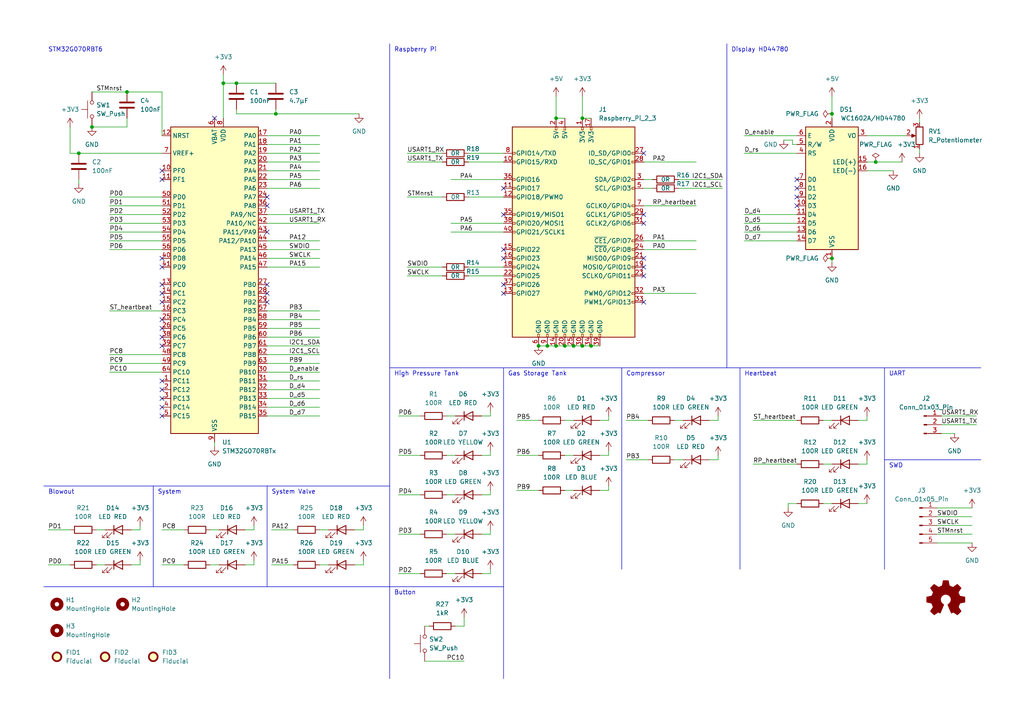
<source format=kicad_sch>
(kicad_sch (version 20230121) (generator eeschema)
  (paper "A4")
  (junction (at 158.75 100.33))
  (junction (at 168.91 100.33))
  (junction (at 171.45 100.33))
  (junction (at 168.91 34.29))
  (junction (at 241.3 33.02))
  (junction (at 254 46.99))
  (junction (at 156.21 100.33))
  (junction (at 161.29 34.29))
  (junction (at 166.37 100.33))
  (junction (at 22.86 44.45))
  (junction (at 241.3 74.93))
  (junction (at 64.77 24.13))
  (junction (at 161.29 100.33))
  (junction (at 26.67 36.83))
  (junction (at 163.83 100.33))
  (junction (at 36.83 26.67))
  (junction (at 80.01 33.02))
  (junction (at 68.58 24.13))
  (no_connect (at 146.05 85.09))
  (no_connect (at 231.14 54.61))
  (no_connect (at 77.47 57.15))
  (no_connect (at 77.47 87.63))
  (no_connect (at 46.99 52.07))
  (no_connect (at 77.47 85.09))
  (no_connect (at 186.69 87.63))
  (no_connect (at 46.99 97.79))
  (no_connect (at 46.99 85.09))
  (no_connect (at 46.99 95.25))
  (no_connect (at 46.99 115.57))
  (no_connect (at 186.69 62.23))
  (no_connect (at 77.47 82.55))
  (no_connect (at 46.99 92.71))
  (no_connect (at 46.99 77.47))
  (no_connect (at 46.99 100.33))
  (no_connect (at 46.99 49.53))
  (no_connect (at 146.05 54.61))
  (no_connect (at 186.69 64.77))
  (no_connect (at 146.05 82.55))
  (no_connect (at 46.99 82.55))
  (no_connect (at 231.14 57.15))
  (no_connect (at 231.14 59.69))
  (no_connect (at 46.99 118.11))
  (no_connect (at 186.69 44.45))
  (no_connect (at 231.14 52.07))
  (no_connect (at 46.99 113.03))
  (no_connect (at 77.47 67.31))
  (no_connect (at 46.99 87.63))
  (no_connect (at 62.23 34.29))
  (no_connect (at 146.05 72.39))
  (no_connect (at 146.05 74.93))
  (no_connect (at 46.99 120.65))
  (no_connect (at 46.99 110.49))
  (no_connect (at 146.05 62.23))
  (no_connect (at 186.69 80.01))
  (no_connect (at 77.47 59.69))
  (no_connect (at 186.69 77.47))
  (no_connect (at 46.99 74.93))
  (no_connect (at 186.69 74.93))
  (wire (pts (xy 142.24 143.51) (xy 139.7 143.51)))
  (wire (pts (xy 118.11 57.15) (xy 128.27 57.15)))
  (wire (pts (xy 130.81 67.31) (xy 146.05 67.31)))
  (wire (pts (xy 129.54 154.94) (xy 132.08 154.94)))
  (wire (pts (xy 77.47 52.07) (xy 92.71 52.07)))
  (wire (pts (xy 77.47 54.61) (xy 92.71 54.61)))
  (wire (pts (xy 118.11 44.45) (xy 128.27 44.45)))
  (wire (pts (xy 77.47 39.37) (xy 92.71 39.37)))
  (wire (pts (xy 68.58 33.02) (xy 68.58 31.75)))
  (wire (pts (xy 46.99 153.67) (xy 53.34 153.67)))
  (wire (pts (xy 78.74 163.83) (xy 85.09 163.83)))
  (wire (pts (xy 186.69 52.07) (xy 189.23 52.07)))
  (wire (pts (xy 142.24 153.67) (xy 142.24 154.94)))
  (wire (pts (xy 20.32 44.45) (xy 20.32 36.83)))
  (wire (pts (xy 80.01 33.02) (xy 68.58 33.02)))
  (wire (pts (xy 134.62 181.61) (xy 134.62 179.07)))
  (wire (pts (xy 92.71 163.83) (xy 95.25 163.83)))
  (wire (pts (xy 105.41 162.56) (xy 105.41 163.83)))
  (wire (pts (xy 115.57 120.65) (xy 121.92 120.65)))
  (wire (pts (xy 31.75 62.23) (xy 46.99 62.23)))
  (wire (pts (xy 273.05 123.19) (xy 283.21 123.19)))
  (wire (pts (xy 142.24 165.1) (xy 142.24 166.37)))
  (wire (pts (xy 195.58 133.35) (xy 198.12 133.35)))
  (wire (pts (xy 73.66 162.56) (xy 73.66 163.83)))
  (wire (pts (xy 168.91 100.33) (xy 171.45 100.33)))
  (wire (pts (xy 77.47 44.45) (xy 92.71 44.45)))
  (wire (pts (xy 123.19 191.77) (xy 134.62 191.77)))
  (wire (pts (xy 186.69 46.99) (xy 201.93 46.99)))
  (polyline (pts (xy 146.05 106.68) (xy 146.05 196.85)))
  (polyline (pts (xy 77.47 140.97) (xy 77.47 170.18)))
  (polyline (pts (xy 256.54 133.35) (xy 284.48 133.35)))
  (wire (pts (xy 40.64 163.83) (xy 38.1 163.83)))
  (wire (pts (xy 215.9 62.23) (xy 231.14 62.23)))
  (polyline (pts (xy 113.03 12.7) (xy 113.03 140.97)))
  (wire (pts (xy 251.46 133.35) (xy 251.46 134.62)))
  (polyline (pts (xy 113.03 140.97) (xy 113.03 196.85)))
  (wire (pts (xy 238.76 121.92) (xy 241.3 121.92)))
  (wire (pts (xy 142.24 132.08) (xy 139.7 132.08)))
  (wire (pts (xy 271.78 154.94) (xy 281.94 154.94)))
  (wire (pts (xy 36.83 36.83) (xy 36.83 34.29)))
  (wire (pts (xy 176.53 120.65) (xy 176.53 121.92)))
  (wire (pts (xy 77.47 120.65) (xy 92.71 120.65)))
  (wire (pts (xy 208.28 120.65) (xy 208.28 121.92)))
  (wire (pts (xy 142.24 154.94) (xy 139.7 154.94)))
  (wire (pts (xy 77.47 118.11) (xy 92.71 118.11)))
  (wire (pts (xy 176.53 132.08) (xy 173.99 132.08)))
  (wire (pts (xy 77.47 115.57) (xy 92.71 115.57)))
  (wire (pts (xy 163.83 132.08) (xy 166.37 132.08)))
  (wire (pts (xy 77.47 72.39) (xy 92.71 72.39)))
  (wire (pts (xy 241.3 74.93) (xy 241.3 76.2)))
  (wire (pts (xy 251.46 120.65) (xy 251.46 121.92)))
  (wire (pts (xy 229.87 40.64) (xy 229.87 41.91)))
  (wire (pts (xy 142.24 166.37) (xy 139.7 166.37)))
  (wire (pts (xy 40.64 153.67) (xy 38.1 153.67)))
  (wire (pts (xy 149.86 132.08) (xy 156.21 132.08)))
  (wire (pts (xy 105.41 163.83) (xy 102.87 163.83)))
  (wire (pts (xy 27.94 153.67) (xy 30.48 153.67)))
  (wire (pts (xy 163.83 100.33) (xy 166.37 100.33)))
  (wire (pts (xy 78.74 153.67) (xy 85.09 153.67)))
  (wire (pts (xy 115.57 132.08) (xy 121.92 132.08)))
  (wire (pts (xy 46.99 163.83) (xy 53.34 163.83)))
  (wire (pts (xy 251.46 121.92) (xy 248.92 121.92)))
  (wire (pts (xy 251.46 49.53) (xy 259.08 49.53)))
  (wire (pts (xy 186.69 54.61) (xy 189.23 54.61)))
  (wire (pts (xy 271.78 147.32) (xy 281.94 147.32)))
  (wire (pts (xy 271.78 157.48) (xy 281.94 157.48)))
  (wire (pts (xy 104.14 33.02) (xy 80.01 33.02)))
  (polyline (pts (xy 180.34 106.68) (xy 180.34 165.1)))
  (wire (pts (xy 186.69 69.85) (xy 201.93 69.85)))
  (wire (pts (xy 68.58 24.13) (xy 64.77 24.13)))
  (wire (pts (xy 208.28 121.92) (xy 205.74 121.92)))
  (wire (pts (xy 251.46 134.62) (xy 248.92 134.62)))
  (wire (pts (xy 271.78 149.86) (xy 281.94 149.86)))
  (wire (pts (xy 171.45 100.33) (xy 173.99 100.33)))
  (wire (pts (xy 196.85 54.61) (xy 209.55 54.61)))
  (wire (pts (xy 149.86 142.24) (xy 156.21 142.24)))
  (wire (pts (xy 31.75 57.15) (xy 46.99 57.15)))
  (wire (pts (xy 208.28 132.08) (xy 208.28 133.35)))
  (wire (pts (xy 115.57 143.51) (xy 121.92 143.51)))
  (wire (pts (xy 135.89 77.47) (xy 146.05 77.47)))
  (wire (pts (xy 115.57 154.94) (xy 121.92 154.94)))
  (wire (pts (xy 26.67 36.83) (xy 36.83 36.83)))
  (wire (pts (xy 135.89 80.01) (xy 146.05 80.01)))
  (wire (pts (xy 186.69 85.09) (xy 201.93 85.09)))
  (wire (pts (xy 77.47 46.99) (xy 92.71 46.99)))
  (wire (pts (xy 215.9 64.77) (xy 231.14 64.77)))
  (wire (pts (xy 105.41 153.67) (xy 102.87 153.67)))
  (wire (pts (xy 31.75 90.17) (xy 46.99 90.17)))
  (wire (pts (xy 229.87 41.91) (xy 231.14 41.91)))
  (wire (pts (xy 77.47 100.33) (xy 92.71 100.33)))
  (wire (pts (xy 266.7 34.29) (xy 266.7 35.56)))
  (wire (pts (xy 196.85 52.07) (xy 209.55 52.07)))
  (wire (pts (xy 73.66 152.4) (xy 73.66 153.67)))
  (wire (pts (xy 64.77 24.13) (xy 64.77 34.29)))
  (wire (pts (xy 77.47 102.87) (xy 92.71 102.87)))
  (wire (pts (xy 60.96 153.67) (xy 63.5 153.67)))
  (wire (pts (xy 271.78 152.4) (xy 281.94 152.4)))
  (polyline (pts (xy 214.63 106.68) (xy 214.63 165.1)))
  (wire (pts (xy 163.83 142.24) (xy 166.37 142.24)))
  (wire (pts (xy 208.28 133.35) (xy 205.74 133.35)))
  (wire (pts (xy 142.24 119.38) (xy 142.24 120.65)))
  (wire (pts (xy 238.76 134.62) (xy 241.3 134.62)))
  (polyline (pts (xy 12.7 170.18) (xy 146.05 170.18)))
  (wire (pts (xy 77.47 69.85) (xy 92.71 69.85)))
  (wire (pts (xy 31.75 59.69) (xy 46.99 59.69)))
  (wire (pts (xy 64.77 24.13) (xy 64.77 21.59)))
  (wire (pts (xy 168.91 27.94) (xy 168.91 34.29)))
  (wire (pts (xy 248.92 146.05) (xy 251.46 146.05)))
  (wire (pts (xy 31.75 105.41) (xy 46.99 105.41)))
  (wire (pts (xy 77.47 92.71) (xy 92.71 92.71)))
  (wire (pts (xy 13.97 153.67) (xy 20.32 153.67)))
  (wire (pts (xy 135.89 44.45) (xy 146.05 44.45)))
  (wire (pts (xy 186.69 72.39) (xy 201.93 72.39)))
  (wire (pts (xy 215.9 69.85) (xy 231.14 69.85)))
  (wire (pts (xy 31.75 72.39) (xy 46.99 72.39)))
  (wire (pts (xy 77.47 105.41) (xy 92.71 105.41)))
  (wire (pts (xy 227.33 40.64) (xy 229.87 40.64)))
  (wire (pts (xy 161.29 100.33) (xy 163.83 100.33)))
  (wire (pts (xy 115.57 166.37) (xy 121.92 166.37)))
  (wire (pts (xy 218.44 134.62) (xy 231.14 134.62)))
  (wire (pts (xy 215.9 39.37) (xy 231.14 39.37)))
  (wire (pts (xy 77.47 95.25) (xy 92.71 95.25)))
  (wire (pts (xy 77.47 90.17) (xy 92.71 90.17)))
  (wire (pts (xy 77.47 41.91) (xy 92.71 41.91)))
  (wire (pts (xy 77.47 77.47) (xy 92.71 77.47)))
  (wire (pts (xy 77.47 64.77) (xy 92.71 64.77)))
  (wire (pts (xy 241.3 33.02) (xy 241.3 34.29)))
  (wire (pts (xy 77.47 49.53) (xy 92.71 49.53)))
  (polyline (pts (xy 113.03 106.68) (xy 284.48 106.68)))
  (wire (pts (xy 77.47 97.79) (xy 92.71 97.79)))
  (wire (pts (xy 142.24 130.81) (xy 142.24 132.08)))
  (wire (pts (xy 46.99 39.37) (xy 46.99 26.67)))
  (wire (pts (xy 31.75 69.85) (xy 46.99 69.85)))
  (wire (pts (xy 166.37 100.33) (xy 168.91 100.33)))
  (wire (pts (xy 161.29 27.94) (xy 161.29 34.29)))
  (wire (pts (xy 92.71 153.67) (xy 95.25 153.67)))
  (wire (pts (xy 161.29 34.29) (xy 163.83 34.29)))
  (wire (pts (xy 251.46 46.99) (xy 254 46.99)))
  (wire (pts (xy 266.7 43.18) (xy 266.7 44.45)))
  (wire (pts (xy 215.9 67.31) (xy 231.14 67.31)))
  (polyline (pts (xy 44.45 140.97) (xy 44.45 170.18)))
  (wire (pts (xy 195.58 121.92) (xy 198.12 121.92)))
  (wire (pts (xy 73.66 163.83) (xy 71.12 163.83)))
  (wire (pts (xy 105.41 152.4) (xy 105.41 153.67)))
  (wire (pts (xy 176.53 130.81) (xy 176.53 132.08)))
  (wire (pts (xy 181.61 121.92) (xy 187.96 121.92)))
  (wire (pts (xy 273.05 120.65) (xy 283.21 120.65)))
  (wire (pts (xy 118.11 80.01) (xy 128.27 80.01)))
  (wire (pts (xy 273.05 125.73) (xy 276.86 125.73)))
  (wire (pts (xy 251.46 39.37) (xy 262.89 39.37)))
  (wire (pts (xy 80.01 31.75) (xy 80.01 33.02)))
  (wire (pts (xy 135.89 46.99) (xy 146.05 46.99)))
  (wire (pts (xy 40.64 162.56) (xy 40.64 163.83)))
  (polyline (pts (xy 256.54 106.68) (xy 256.54 165.1)))
  (wire (pts (xy 36.83 26.67) (xy 46.99 26.67)))
  (wire (pts (xy 77.47 113.03) (xy 92.71 113.03)))
  (wire (pts (xy 163.83 121.92) (xy 166.37 121.92)))
  (wire (pts (xy 22.86 44.45) (xy 20.32 44.45)))
  (wire (pts (xy 31.75 67.31) (xy 46.99 67.31)))
  (wire (pts (xy 36.83 26.67) (xy 26.67 26.67)))
  (wire (pts (xy 142.24 120.65) (xy 139.7 120.65)))
  (wire (pts (xy 31.75 107.95) (xy 46.99 107.95)))
  (wire (pts (xy 142.24 142.24) (xy 142.24 143.51)))
  (wire (pts (xy 27.94 163.83) (xy 30.48 163.83)))
  (wire (pts (xy 186.69 59.69) (xy 201.93 59.69)))
  (wire (pts (xy 168.91 34.29) (xy 171.45 34.29)))
  (wire (pts (xy 149.86 121.92) (xy 156.21 121.92)))
  (wire (pts (xy 158.75 100.33) (xy 161.29 100.33)))
  (wire (pts (xy 130.81 64.77) (xy 146.05 64.77)))
  (wire (pts (xy 156.21 100.33) (xy 158.75 100.33)))
  (wire (pts (xy 176.53 140.97) (xy 176.53 142.24)))
  (wire (pts (xy 60.96 163.83) (xy 63.5 163.83)))
  (wire (pts (xy 254 46.99) (xy 261.62 46.99)))
  (wire (pts (xy 77.47 62.23) (xy 92.71 62.23)))
  (wire (pts (xy 176.53 121.92) (xy 173.99 121.92)))
  (wire (pts (xy 129.54 132.08) (xy 132.08 132.08)))
  (wire (pts (xy 80.01 24.13) (xy 68.58 24.13)))
  (wire (pts (xy 22.86 52.07) (xy 22.86 53.34)))
  (wire (pts (xy 181.61 133.35) (xy 187.96 133.35)))
  (wire (pts (xy 130.81 52.07) (xy 146.05 52.07)))
  (wire (pts (xy 228.6 146.05) (xy 228.6 147.32)))
  (wire (pts (xy 22.86 44.45) (xy 46.99 44.45)))
  (wire (pts (xy 40.64 152.4) (xy 40.64 153.67)))
  (wire (pts (xy 241.3 27.94) (xy 241.3 33.02)))
  (wire (pts (xy 31.75 64.77) (xy 46.99 64.77)))
  (wire (pts (xy 231.14 146.05) (xy 228.6 146.05)))
  (wire (pts (xy 31.75 102.87) (xy 46.99 102.87)))
  (wire (pts (xy 176.53 142.24) (xy 173.99 142.24)))
  (wire (pts (xy 218.44 121.92) (xy 231.14 121.92)))
  (wire (pts (xy 118.11 77.47) (xy 128.27 77.47)))
  (wire (pts (xy 129.54 120.65) (xy 132.08 120.65)))
  (wire (pts (xy 13.97 163.83) (xy 20.32 163.83)))
  (wire (pts (xy 132.08 181.61) (xy 134.62 181.61)))
  (wire (pts (xy 129.54 166.37) (xy 132.08 166.37)))
  (wire (pts (xy 215.9 44.45) (xy 231.14 44.45)))
  (wire (pts (xy 77.47 107.95) (xy 92.71 107.95)))
  (wire (pts (xy 124.46 181.61) (xy 123.19 181.61)))
  (wire (pts (xy 62.23 128.27) (xy 62.23 129.54)))
  (wire (pts (xy 241.3 146.05) (xy 238.76 146.05)))
  (wire (pts (xy 77.47 110.49) (xy 92.71 110.49)))
  (wire (pts (xy 73.66 153.67) (xy 71.12 153.67)))
  (polyline (pts (xy 12.7 140.97) (xy 113.03 140.97)))
  (wire (pts (xy 129.54 143.51) (xy 132.08 143.51)))
  (wire (pts (xy 135.89 57.15) (xy 146.05 57.15)))
  (wire (pts (xy 118.11 46.99) (xy 128.27 46.99)))
  (polyline (pts (xy 210.82 12.7) (xy 210.82 106.68)))
  (wire (pts (xy 77.47 74.93) (xy 92.71 74.93)))
  (text "UART" (at 257.81 109.22 0) (effects (font (size 1.27 1.27)) (justify left bottom)))
  (text "Gas Storage Tank" (at 147.32 109.22 0) (effects (font (size 1.27 1.27)) (justify left bottom)))
  (text "System" (at 45.72 143.51 0) (effects (font (size 1.27 1.27)) (justify left bottom)))
  (text "High Pressure Tank" (at 114.3 109.22 0) (effects (font (size 1.27 1.27)) (justify left bottom)))
  (text "STM32G070RBT6" (at 13.97 15.24 0) (effects (font (size 1.27 1.27)) (justify left bottom)))
  (text "Heartbeat" (at 215.9 109.22 0) (effects (font (size 1.27 1.27)) (justify left bottom)))
  (text "System Valve" (at 78.74 143.51 0) (effects (font (size 1.27 1.27)) (justify left bottom)))
  (text "Button" (at 114.3 172.72 0) (effects (font (size 1.27 1.27)) (justify left bottom)))
  (text "SWD" (at 257.81 135.89 0) (effects (font (size 1.27 1.27)) (justify left bottom)))
  (text "Display HD44780" (at 212.09 15.24 0) (effects (font (size 1.27 1.27)) (justify left bottom)))
  (text "Raspberry Pi" (at 114.3 15.24 0) (effects (font (size 1.27 1.27)) (justify left bottom)))
  (text "Blowout" (at 13.97 143.51 0) (effects (font (size 1.27 1.27)) (justify left bottom)))
  (text "Compressor" (at 181.61 109.22 0) (effects (font (size 1.27 1.27)) (justify left bottom)))
  (label "PB6" (at 149.86 132.08 0))
  (label "PD3" (at 115.57 154.94 0))
  (label "SWCLK" (at 83.82 74.93 0))
  (label "PB6" (at 83.82 97.79 0))
  (label "SWDIO" (at 271.78 149.86 0))
  (label "PD1" (at 13.97 153.67 0))
  (label "D_d7" (at 83.82 120.65 0))
  (label "RP_heartbeat" (at 189.23 59.69 0))
  (label "PA12" (at 83.82 69.85 0))
  (label "D_rs" (at 215.9 44.45 0))
  (label "PC8" (at 46.99 153.67 0))
  (label "PC10" (at 129.54 191.77 0))
  (label "STMnrst" (at 271.78 154.94 0))
  (label "PD2" (at 31.75 62.23 0))
  (label "RP_heartbeat" (at 218.44 134.62 0))
  (label "PD6" (at 115.57 120.65 0))
  (label "USART1_RX" (at 273.05 120.65 0))
  (label "PD2" (at 115.57 166.37 0))
  (label "I2C1_SCL" (at 83.82 102.87 0))
  (label "STMnrst" (at 27.94 26.67 0))
  (label "PD0" (at 13.97 163.83 0))
  (label "PD6" (at 31.75 72.39 0))
  (label "ST_heartbeat" (at 31.75 90.17 0))
  (label "PA1" (at 189.23 69.85 0))
  (label "PA5" (at 133.35 64.77 0))
  (label "PB9" (at 149.86 142.24 0))
  (label "PD3" (at 31.75 64.77 0))
  (label "D_d7" (at 215.9 69.85 0))
  (label "D_enable" (at 215.9 39.37 0))
  (label "PA15" (at 83.82 77.47 0))
  (label "SWCLK" (at 118.11 80.01 0))
  (label "PC9" (at 31.75 105.41 0))
  (label "SWDIO" (at 118.11 77.47 0))
  (label "PB3" (at 83.82 90.17 0))
  (label "PA0" (at 83.82 39.37 0))
  (label "PB4" (at 181.61 121.92 0))
  (label "D_d6" (at 215.9 67.31 0))
  (label "PD5" (at 115.57 132.08 0))
  (label "PA4" (at 133.35 52.07 0))
  (label "D_d4" (at 83.82 113.03 0))
  (label "SWCLK" (at 271.78 152.4 0))
  (label "PD0" (at 31.75 57.15 0))
  (label "PB4" (at 83.82 92.71 0))
  (label "PB9" (at 83.82 105.41 0))
  (label "PB3" (at 181.61 133.35 0))
  (label "USART1_RX" (at 83.82 64.77 0))
  (label "PA0" (at 189.23 72.39 0))
  (label "I2C1_SDA" (at 200.66 52.07 0))
  (label "PA3" (at 83.82 46.99 0))
  (label "I2C1_SDA" (at 83.82 100.33 0))
  (label "PA6" (at 83.82 54.61 0))
  (label "PD4" (at 115.57 143.51 0))
  (label "PD4" (at 31.75 67.31 0))
  (label "PB5" (at 149.86 121.92 0))
  (label "PC10" (at 31.75 107.95 0))
  (label "PA12" (at 78.74 153.67 0))
  (label "PD1" (at 31.75 59.69 0))
  (label "PD5" (at 31.75 69.85 0))
  (label "PA2" (at 83.82 44.45 0))
  (label "PA15" (at 78.74 163.83 0))
  (label "PC8" (at 31.75 102.87 0))
  (label "STMnrst" (at 118.11 57.15 0))
  (label "PC9" (at 46.99 163.83 0))
  (label "PB5" (at 83.82 95.25 0))
  (label "USART1_TX" (at 83.82 62.23 0))
  (label "D_d5" (at 83.82 115.57 0))
  (label "PA1" (at 83.82 41.91 0))
  (label "USART1_TX" (at 118.11 46.99 0))
  (label "D_d4" (at 215.9 62.23 0))
  (label "ST_heartbeat" (at 218.44 121.92 0))
  (label "PA3" (at 189.23 85.09 0))
  (label "PA6" (at 133.35 67.31 0))
  (label "D_enable" (at 83.82 107.95 0))
  (label "D_rs" (at 83.82 110.49 0))
  (label "I2C1_SCL" (at 200.66 54.61 0))
  (label "D_d5" (at 215.9 64.77 0))
  (label "USART1_RX" (at 118.11 44.45 0))
  (label "USART1_TX" (at 273.05 123.19 0))
  (label "PA2" (at 189.23 46.99 0))
  (label "SWDIO" (at 83.82 72.39 0))
  (label "D_d6" (at 83.82 118.11 0))
  (label "PA4" (at 83.82 49.53 0))
  (label "PA5" (at 83.82 52.07 0))
  (symbol (lib_id "Device:R") (at 132.08 44.45 90) (unit 1)
    (property "Reference" "R18" (at 137.16 43.18 90))
    (property "Value" "0R" (at 132.08 44.45 90))
    (property "Footprint" "Resistor_SMD:R_0805_2012Metric_Pad1.20x1.40mm_HandSolder" (effects hide))
    (property "JLCPCB Part #" "C304192" (effects hide))
  )
  (symbol (lib_id "Device:R") (at 125.73 120.65 90) (unit 1)
    (property "Reference" "R1" (at 125.73 114.3 90))
    (property "Value" "100R" (at 125.73 116.84 90))
    (property "Footprint" "Resistor_SMD:R_0805_2012Metric_Pad1.20x1.40mm_HandSolder" (effects hide))
    (property "JLCPCB Part #" "C17408" (effects hide))
  )
  (symbol (lib_id "power:GND") (at 62.23 129.54 0) (unit 1)
    (property "Reference" "#PWR03" (effects hide))
    (property "Value" "GND" (at 62.23 134.62 0))
  )
  (symbol (lib_id "Device:R") (at 132.08 77.47 90) (unit 1)
    (property "Reference" "R14" (at 137.16 76.2 90))
    (property "Value" "0R" (at 132.08 77.47 90))
    (property "Footprint" "Resistor_SMD:R_0805_2012Metric_Pad1.20x1.40mm_HandSolder" (effects hide))
    (property "JLCPCB Part #" "C304192" (effects hide))
  )
  (symbol (lib_id "Device:R") (at 88.9 153.67 90) (unit 1)
    (property "Reference" "R25" (at 88.9 147.32 90))
    (property "Value" "100R" (at 88.9 149.86 90))
    (property "Footprint" "Resistor_SMD:R_0805_2012Metric_Pad1.20x1.40mm_HandSolder" (effects hide))
    (property "JLCPCB Part #" "C17408" (effects hide))
  )
  (symbol (lib_id "power:+3V3") (at 266.7 34.29 0) (unit 1)
    (property "Reference" "#PWR026" (effects hide))
    (property "Value" "+3V3" (at 266.7 29.21 0))
  )
  (symbol (lib_id "power:+3V3") (at 176.53 120.65 0) (unit 1)
    (property "Reference" "#PWR017" (effects hide))
    (property "Value" "+3V3" (at 176.53 115.57 0))
  )
  (symbol (lib_id "Connector:Conn_01x05_Pin") (at 266.7 152.4 0) (unit 1)
    (property "Reference" "J3" (at 267.335 142.24 0))
    (property "Value" "Conn_01x05_Pin" (at 267.335 144.78 0))
    (property "Footprint" "Connector_PinHeader_2.54mm:PinHeader_1x05_P2.54mm_Vertical" (effects hide))
    (property "JLCPCB Part #" "C225480" (effects hide))
  )
  (symbol (lib_id "Device:R") (at 234.95 121.92 90) (unit 1)
    (property "Reference" "R11" (at 234.95 115.57 90))
    (property "Value" "100R" (at 234.95 118.11 90))
    (property "Footprint" "Resistor_SMD:R_0805_2012Metric_Pad1.20x1.40mm_HandSolder" (effects hide))
    (property "JLCPCB Part #" "C17408" (effects hide))
  )
  (symbol (lib_id "power:+3V3") (at 105.41 152.4 0) (unit 1)
    (property "Reference" "#PWR037" (effects hide))
    (property "Value" "+3V3" (at 105.41 147.32 0))
  )
  (symbol (lib_id "Device:R") (at 57.15 153.67 90) (unit 1)
    (property "Reference" "R23" (at 57.15 147.32 90))
    (property "Value" "100R" (at 57.15 149.86 90))
    (property "Footprint" "Resistor_SMD:R_0805_2012Metric_Pad1.20x1.40mm_HandSolder" (effects hide))
    (property "JLCPCB Part #" "C17408" (effects hide))
  )
  (symbol (lib_id "Device:C") (at 36.83 30.48 0) (unit 1)
    (property "Reference" "C4" (at 40.64 29.21 0) (effects (justify left)))
    (property "Value" "100nF" (at 40.64 31.75 0) (effects (justify left)))
    (property "Footprint" "Capacitor_SMD:C_0805_2012Metric_Pad1.18x1.45mm_HandSolder" (effects hide))
    (property "JLCPCB Part #" "C38141" (effects hide))
  )
  (symbol (lib_id "power:GND") (at 228.6 147.32 0) (unit 1)
    (property "Reference" "#PWR030" (effects hide))
    (property "Value" "GND" (at 228.6 152.4 0))
  )
  (symbol (lib_id "power:GND") (at 241.3 76.2 0) (unit 1)
    (property "Reference" "#PWR010" (effects hide))
    (property "Value" "GND" (at 241.3 81.28 0))
  )
  (symbol (lib_id "power:+3V3") (at 281.94 147.32 0) (unit 1)
    (property "Reference" "#PWR032" (effects hide))
    (property "Value" "+3V3" (at 281.94 142.24 0))
  )
  (symbol (lib_id "power:+3V3") (at 261.62 46.99 0) (unit 1)
    (property "Reference" "#PWR023" (effects hide))
    (property "Value" "+3V3" (at 262.89 41.91 0))
  )
  (symbol (lib_id "power:GND") (at 22.86 53.34 0) (unit 1)
    (property "Reference" "#PWR05" (effects hide))
    (property "Value" "GND" (at 22.86 58.42 0))
  )
  (symbol (lib_id "power:+3V3") (at 142.24 142.24 0) (unit 1)
    (property "Reference" "#PWR014" (effects hide))
    (property "Value" "+3V3" (at 142.24 137.16 0))
  )
  (symbol (lib_id "Device:R") (at 132.08 80.01 90) (unit 1)
    (property "Reference" "R15" (at 137.16 78.74 90))
    (property "Value" "0R" (at 132.08 80.01 90))
    (property "Footprint" "Resistor_SMD:R_0805_2012Metric_Pad1.20x1.40mm_HandSolder" (effects hide))
    (property "JLCPCB Part #" "C304192" (effects hide))
  )
  (symbol (lib_id "power:PWR_FLAG") (at 241.3 33.02 90) (unit 1)
    (property "Reference" "#FLG01" (effects hide))
    (property "Value" "PWR_FLAG" (at 237.49 33.02 90) (effects (justify left)))
  )
  (symbol (lib_id "Device:C") (at 68.58 27.94 0) (unit 1)
    (property "Reference" "C1" (at 72.39 26.67 0) (effects (justify left)))
    (property "Value" "100nF" (at 72.39 29.21 0) (effects (justify left)))
    (property "Footprint" "Capacitor_SMD:C_0805_2012Metric_Pad1.18x1.45mm_HandSolder" (effects hide))
    (property "JLCPCB Part #" "C38141" (effects hide))
  )
  (symbol (lib_id "Connector:Conn_01x03_Pin") (at 267.97 123.19 0) (unit 1)
    (property "Reference" "J2" (at 268.605 115.57 0))
    (property "Value" "Conn_01x03_Pin" (at 268.605 118.11 0))
    (property "Footprint" "Connector_PinHeader_2.54mm:PinHeader_1x03_P2.54mm_Vertical" (effects hide))
    (property "JLCPCB Part #" "C168677" (effects hide))
  )
  (symbol (lib_id "Device:R") (at 125.73 132.08 90) (unit 1)
    (property "Reference" "R2" (at 125.73 125.73 90))
    (property "Value" "100R" (at 125.73 128.27 90))
    (property "Footprint" "Resistor_SMD:R_0805_2012Metric_Pad1.20x1.40mm_HandSolder" (effects hide))
    (property "JLCPCB Part #" "C17408" (effects hide))
  )
  (symbol (lib_id "Device:LED") (at 99.06 163.83 0) (unit 1)
    (property "Reference" "D19" (at 97.4725 157.48 0))
    (property "Value" "LED GREEN" (at 97.4725 160.02 0))
    (property "Footprint" "LED_SMD:LED_1210_3225Metric_Pad1.42x2.65mm_HandSolder" (effects hide))
    (property "JLCPCB Part #" "C434442" (effects hide))
  )
  (symbol (lib_id "Device:R") (at 193.04 52.07 90) (unit 1)
    (property "Reference" "R16" (at 198.12 50.8 90))
    (property "Value" "0R" (at 193.04 52.07 90))
    (property "Footprint" "Resistor_SMD:R_0805_2012Metric_Pad1.20x1.40mm_HandSolder" (effects hide))
    (property "JLCPCB Part #" "C304192" (effects hide))
  )
  (symbol (lib_id "power:GND") (at 26.67 36.83 0) (unit 1)
    (property "Reference" "#PWR07" (effects hide))
    (property "Value" "GND" (at 26.67 41.91 0))
  )
  (symbol (lib_id "Device:LED") (at 201.93 133.35 0) (unit 1)
    (property "Reference" "D5" (at 200.3425 127 0))
    (property "Value" "LED RED" (at 200.3425 129.54 0))
    (property "Footprint" "LED_SMD:LED_1210_3225Metric_Pad1.42x2.65mm_HandSolder" (effects hide))
    (property "JLCPCB Part #" "C434438" (effects hide))
  )
  (symbol (lib_id "Device:R") (at 125.73 166.37 90) (unit 1)
    (property "Reference" "R5" (at 125.73 160.02 90))
    (property "Value" "100R" (at 125.73 162.56 90))
    (property "Footprint" "Resistor_SMD:R_0805_2012Metric_Pad1.20x1.40mm_HandSolder" (effects hide))
    (property "JLCPCB Part #" "C17408" (effects hide))
  )
  (symbol (lib_id "power:+3V3") (at 64.77 21.59 0) (unit 1)
    (property "Reference" "#PWR01" (effects hide))
    (property "Value" "+3V3" (at 64.77 16.51 0))
  )
  (symbol (lib_id "power:+3V3") (at 251.46 133.35 0) (unit 1)
    (property "Reference" "#PWR028" (effects hide))
    (property "Value" "+3V3" (at 251.46 128.27 0))
  )
  (symbol (lib_id "power:+3V3") (at 142.24 119.38 0) (unit 1)
    (property "Reference" "#PWR012" (effects hide))
    (property "Value" "+3V3" (at 142.24 114.3 0))
  )
  (symbol (lib_id "power:+5V") (at 241.3 27.94 0) (unit 1)
    (property "Reference" "#PWR09" (effects hide))
    (property "Value" "+5V" (at 241.3 22.86 0))
  )
  (symbol (lib_id "Switch:SW_Push") (at 123.19 186.69 90) (unit 1)
    (property "Reference" "SW2" (at 124.46 185.42 90) (effects (justify right)))
    (property "Value" "SW_Push" (at 124.46 187.96 90) (effects (justify right)))
    (property "Footprint" "Button_Switch_THT:SW_PUSH_6mm_H5mm" (effects hide))
    (property "JLCPCB Part #" "C428628" (effects hide))
  )
  (symbol (lib_id "Switch:SW_Push") (at 26.67 31.75 90) (unit 1)
    (property "Reference" "SW1" (at 27.94 30.48 90) (effects (justify right)))
    (property "Value" "SW_Push" (at 27.94 33.02 90) (effects (justify right)))
    (property "Footprint" "Button_Switch_THT:SW_PUSH_6mm_H5mm" (effects hide))
    (property "JLCPCB Part #" "C428628" (effects hide))
  )
  (symbol (lib_id "Device:R") (at 57.15 163.83 90) (unit 1)
    (property "Reference" "R24" (at 57.15 157.48 90))
    (property "Value" "100R" (at 57.15 160.02 90))
    (property "Footprint" "Resistor_SMD:R_0805_2012Metric_Pad1.20x1.40mm_HandSolder" (effects hide))
    (property "JLCPCB Part #" "C17408" (effects hide))
  )
  (symbol (lib_id "Device:LED") (at 170.18 132.08 0) (unit 1)
    (property "Reference" "D2" (at 168.5925 125.73 0))
    (property "Value" "LED GREEN" (at 168.5925 128.27 0))
    (property "Footprint" "LED_SMD:LED_1210_3225Metric_Pad1.42x2.65mm_HandSolder" (effects hide))
    (property "JLCPCB Part #" "C434442" (effects hide))
  )
  (symbol (lib_id "Device:R") (at 24.13 153.67 90) (unit 1)
    (property "Reference" "R21" (at 24.13 147.32 90))
    (property "Value" "100R" (at 24.13 149.86 90))
    (property "Footprint" "Resistor_SMD:R_0805_2012Metric_Pad1.20x1.40mm_HandSolder" (effects hide))
    (property "JLCPCB Part #" "C17408" (effects hide))
  )
  (symbol (lib_id "Device:LED") (at 170.18 142.24 0) (unit 1)
    (property "Reference" "D3" (at 168.5925 135.89 0))
    (property "Value" "LED BLUE" (at 168.5925 138.43 0))
    (property "Footprint" "LED_SMD:LED_1210_3225Metric_Pad1.42x2.65mm_HandSolder" (effects hide))
    (property "JLCPCB Part #" "C434440" (effects hide))
  )
  (symbol (lib_id "Device:LED") (at 245.11 121.92 0) (unit 1)
    (property "Reference" "D11" (at 243.5225 115.57 0))
    (property "Value" "LED GREEN" (at 243.5225 118.11 0))
    (property "Footprint" "LED_SMD:LED_1210_3225Metric_Pad1.42x2.65mm_HandSolder" (effects hide))
    (property "JLCPCB Part #" "C434442" (effects hide))
  )
  (symbol (lib_id "Device:LED") (at 34.29 153.67 0) (unit 1)
    (property "Reference" "D14" (at 32.7025 147.32 0))
    (property "Value" "LED RED" (at 32.7025 149.86 0))
    (property "Footprint" "LED_SMD:LED_1210_3225Metric_Pad1.42x2.65mm_HandSolder" (effects hide))
    (property "JLCPCB Part #" "C434438" (effects hide))
  )
  (symbol (lib_id "Device:R") (at 191.77 133.35 90) (unit 1)
    (property "Reference" "R10" (at 191.77 127 90))
    (property "Value" "100R" (at 191.77 129.54 90))
    (property "Footprint" "Resistor_SMD:R_0805_2012Metric_Pad1.20x1.40mm_HandSolder" (effects hide))
    (property "JLCPCB Part #" "C17408" (effects hide))
  )
  (symbol (lib_id "Device:R") (at 193.04 54.61 90) (unit 1)
    (property "Reference" "R17" (at 198.12 53.34 90))
    (property "Value" "0R" (at 193.04 54.61 90))
    (property "Footprint" "Resistor_SMD:R_0805_2012Metric_Pad1.20x1.40mm_HandSolder" (effects hide))
    (property "JLCPCB Part #" "C304192" (effects hide))
  )
  (symbol (lib_id "Graphic:Logo_Open_Hardware_Small") (at 274.32 173.99 0) (unit 1) (in_bom no) (on_board no)
    (property "Reference" "#SYM1" (effects hide))
    (property "Value" "Logo_Open_Hardware_Small" (effects hide))
    (property "Footprint" "Symbol:OSHW-Logo2_24.3x20mm_Copper" (effects hide))
    (property "Sim.Enable" "0" (effects hide))
  )
  (symbol (lib_id "power:GND") (at 227.33 40.64 0) (unit 1)
    (property "Reference" "#PWR024" (effects hide))
    (property "Value" "GND" (at 223.52 41.91 0))
  )
  (symbol (lib_id "power:+3V3") (at 176.53 130.81 0) (unit 1)
    (property "Reference" "#PWR018" (effects hide))
    (property "Value" "+3V3" (at 176.53 125.73 0))
  )
  (symbol (lib_id "Device:C") (at 80.01 27.94 0) (unit 1)
    (property "Reference" "C3" (at 83.82 26.67 0) (effects (justify left)))
    (property "Value" "4.7μF" (at 83.82 29.21 0) (effects (justify left)))
    (property "Footprint" "Capacitor_SMD:C_0805_2012Metric_Pad1.18x1.45mm_HandSolder" (effects hide))
    (property "JLCPCB Part #" "C1779" (effects hide))
  )
  (symbol (lib_id "Device:LED") (at 245.11 146.05 0) (unit 1)
    (property "Reference" "D13" (at 243.5225 139.7 0))
    (property "Value" "LED GREEN" (at 243.5225 142.24 0))
    (property "Footprint" "LED_SMD:LED_1210_3225Metric_Pad1.42x2.65mm_HandSolder" (effects hide))
    (property "JLCPCB Part #" "C434442" (effects hide))
  )
  (symbol (lib_id "Device:LED") (at 135.89 132.08 0) (unit 1)
    (property "Reference" "D7" (at 134.3025 125.73 0))
    (property "Value" "LED YELLOW" (at 134.3025 128.27 0))
    (property "Footprint" "LED_SMD:LED_1210_3225Metric_Pad1.42x2.65mm_HandSolder" (effects hide))
    (property "JLCPCB Part #" "C434441" (effects hide))
  )
  (symbol (lib_id "Device:LED") (at 245.11 134.62 0) (unit 1)
    (property "Reference" "D12" (at 243.5225 128.27 0))
    (property "Value" "LED GREEN" (at 243.5225 130.81 0))
    (property "Footprint" "LED_SMD:LED_1210_3225Metric_Pad1.42x2.65mm_HandSolder" (effects hide))
    (property "JLCPCB Part #" "C434442" (effects hide))
  )
  (symbol (lib_id "Device:LED") (at 67.31 163.83 0) (unit 1)
    (property "Reference" "D17" (at 65.7225 157.48 0))
    (property "Value" "LED GREEN" (at 65.7225 160.02 0))
    (property "Footprint" "LED_SMD:LED_1210_3225Metric_Pad1.42x2.65mm_HandSolder" (effects hide))
    (property "JLCPCB Part #" "C434442" (effects hide))
  )
  (symbol (lib_id "power:+3V3") (at 168.91 27.94 0) (unit 1)
    (property "Reference" "#PWR06" (effects hide))
    (property "Value" "+3V3" (at 168.91 22.86 0))
  )
  (symbol (lib_name "Fiducial_1") (lib_id "Mechanical:Fiducial") (at 16.51 190.5 0) (unit 1) (in_bom no)
    (property "Reference" "FID1" (at 19.05 189.23 0) (effects (justify left)))
    (property "Value" "Fiducial" (at 19.05 191.77 0) (effects (justify left)))
    (property "Footprint" "Fiducial:Fiducial_1mm_Mask2mm" (effects hide))
  )
  (symbol (lib_id "power:+3V3") (at 208.28 132.08 0) (unit 1)
    (property "Reference" "#PWR021" (effects hide))
    (property "Value" "+3V3" (at 208.28 127 0))
  )
  (symbol (lib_id "Display_Character:WC1602A") (at 241.3 54.61 0) (unit 1)
    (property "Reference" "DS1" (at 243.4941 31.75 0) (effects (justify left)))
    (property "Value" "WC1602A/HD44780" (at 243.84 34.29 0) (effects (justify left)))
    (property "Footprint" "Display:WC1602A" (effects hide))
    (property "Datasheet" "http://www.wincomlcd.com/pdf/WC1602A-SFYLYHTC06.pdf" (effects hide))
    (property "JLCPCB Part #" "C5307341" (effects hide))
  )
  (symbol (lib_id "Device:R") (at 160.02 142.24 90) (unit 1)
    (property "Reference" "R8" (at 160.02 135.89 90))
    (property "Value" "100R" (at 160.02 138.43 90))
    (property "Footprint" "Resistor_SMD:R_0805_2012Metric_Pad1.20x1.40mm_HandSolder" (effects hide))
    (property "JLCPCB Part #" "C17408" (effects hide))
  )
  (symbol (lib_id "Mechanical:MountingHole") (at 35.56 175.26 0) (unit 1) (in_bom no)
    (property "Reference" "H2" (at 38.1 173.99 0) (effects (justify left)))
    (property "Value" "MountingHole" (at 38.1 176.53 0) (effects (justify left)))
    (property "Footprint" "MountingHole:MountingHole_3.2mm_M3" (effects hide))
  )
  (symbol (lib_id "Device:C") (at 22.86 48.26 0) (unit 1)
    (property "Reference" "C2" (at 26.67 46.99 0) (effects (justify left)))
    (property "Value" "100nF" (at 26.67 49.53 0) (effects (justify left)))
    (property "Footprint" "Capacitor_SMD:C_0805_2012Metric_Pad1.18x1.45mm_HandSolder" (effects hide))
    (property "JLCPCB Part #" "C38141" (effects hide))
  )
  (symbol (lib_id "Device:LED") (at 135.89 120.65 0) (unit 1)
    (property "Reference" "D6" (at 134.3025 114.3 0))
    (property "Value" "LED RED" (at 134.3025 116.84 0))
    (property "Footprint" "LED_SMD:LED_1210_3225Metric_Pad1.42x2.65mm_HandSolder" (effects hide))
    (property "JLCPCB Part #" "C434438" (effects hide))
  )
  (symbol (lib_id "Mechanical:MountingHole") (at 16.51 175.26 0) (unit 1) (in_bom no)
    (property "Reference" "H1" (at 19.05 173.99 0) (effects (justify left)))
    (property "Value" "MountingHole" (at 19.05 176.53 0) (effects (justify left)))
    (property "Footprint" "MountingHole:MountingHole_3.2mm_M3" (effects hide))
  )
  (symbol (lib_id "power:PWR_FLAG") (at 254 46.99 0) (unit 1)
    (property "Reference" "#FLG03" (effects hide))
    (property "Value" "PWR_FLAG" (at 254 41.91 0))
  )
  (symbol (lib_id "Device:LED") (at 135.89 154.94 0) (unit 1)
    (property "Reference" "D9" (at 134.3025 148.59 0))
    (property "Value" "LED YELLOW" (at 134.3025 151.13 0))
    (property "Footprint" "LED_SMD:LED_1210_3225Metric_Pad1.42x2.65mm_HandSolder" (effects hide))
    (property "JLCPCB Part #" "C434441" (effects hide))
  )
  (symbol (lib_id "Device:R") (at 125.73 143.51 90) (unit 1)
    (property "Reference" "R3" (at 125.73 137.16 90))
    (property "Value" "100R" (at 125.73 139.7 90))
    (property "Footprint" "Resistor_SMD:R_0805_2012Metric_Pad1.20x1.40mm_HandSolder" (effects hide))
    (property "JLCPCB Part #" "C17408" (effects hide))
  )
  (symbol (lib_id "power:PWR_FLAG") (at 241.3 74.93 90) (unit 1)
    (property "Reference" "#FLG02" (effects hide))
    (property "Value" "PWR_FLAG" (at 237.49 74.93 90) (effects (justify left)))
  )
  (symbol (lib_id "power:GND") (at 156.21 100.33 0) (unit 1)
    (property "Reference" "#PWR08" (effects hide))
    (property "Value" "GND" (at 156.21 105.41 0))
  )
  (symbol (lib_id "Device:LED") (at 99.06 153.67 0) (unit 1)
    (property "Reference" "D18" (at 97.4725 147.32 0))
    (property "Value" "LED RED" (at 97.4725 149.86 0))
    (property "Footprint" "LED_SMD:LED_1210_3225Metric_Pad1.42x2.65mm_HandSolder" (effects hide))
    (property "JLCPCB Part #" "C434438" (effects hide))
  )
  (symbol (lib_id "power:+3V3") (at 73.66 162.56 0) (unit 1)
    (property "Reference" "#PWR036" (effects hide))
    (property "Value" "+3V3" (at 73.66 157.48 0))
  )
  (symbol (lib_id "power:+3V3") (at 142.24 130.81 0) (unit 1)
    (property "Reference" "#PWR013" (effects hide))
    (property "Value" "+3V3" (at 142.24 125.73 0))
  )
  (symbol (lib_id "Device:LED") (at 170.18 121.92 0) (unit 1)
    (property "Reference" "D1" (at 168.5925 115.57 0))
    (property "Value" "LED RED" (at 168.5925 118.11 0))
    (property "Footprint" "LED_SMD:LED_1210_3225Metric_Pad1.42x2.65mm_HandSolder" (effects hide))
    (property "JLCPCB Part #" "C434438" (effects hide))
  )
  (symbol (lib_id "power:+3V3") (at 105.41 162.56 0) (unit 1)
    (property "Reference" "#PWR038" (effects hide))
    (property "Value" "+3V3" (at 105.41 157.48 0))
  )
  (symbol (lib_id "power:GND") (at 281.94 157.48 0) (unit 1)
    (property "Reference" "#PWR031" (effects hide))
    (property "Value" "GND" (at 281.94 162.56 0))
  )
  (symbol (lib_id "power:+3V3") (at 251.46 120.65 0) (unit 1)
    (property "Reference" "#PWR027" (effects hide))
    (property "Value" "+3V3" (at 251.46 115.57 0))
  )
  (symbol (lib_id "Device:R_Potentiometer") (at 266.7 39.37 180) (unit 1)
    (property "Reference" "RV1" (at 269.24 38.1 0) (effects (justify right)))
    (property "Value" "R_Potentiometer" (at 269.24 40.64 0) (effects (justify right)))
    (property "Footprint" "Potentiometer_SMD:Potentiometer_Bourns_3314J_Vertical" (effects hide))
    (property "JLCPCB Part #" "C36376" (effects hide))
  )
  (symbol (lib_id "Device:LED") (at 135.89 143.51 0) (unit 1)
    (property "Reference" "D8" (at 134.3025 137.16 0))
    (property "Value" "LED GREEN" (at 134.3025 139.7 0))
    (property "Footprint" "LED_SMD:LED_1210_3225Metric_Pad1.42x2.65mm_HandSolder" (effects hide))
    (property "JLCPCB Part #" "C434442" (effects hide))
  )
  (symbol (lib_id "Device:R") (at 125.73 154.94 90) (unit 1)
    (property "Reference" "R4" (at 125.73 148.59 90))
    (property "Value" "100R" (at 125.73 151.13 90))
    (property "Footprint" "Resistor_SMD:R_0805_2012Metric_Pad1.20x1.40mm_HandSolder" (effects hide))
    (property "JLCPCB Part #" "C17408" (effects hide))
  )
  (symbol (lib_id "power:GND") (at 266.7 44.45 0) (unit 1)
    (property "Reference" "#PWR025" (effects hide))
    (property "Value" "GND" (at 266.7 49.53 0))
  )
  (symbol (lib_id "power:+3V3") (at 20.32 36.83 0) (unit 1)
    (property "Reference" "#PWR04" (effects hide))
    (property "Value" "+3V3" (at 20.32 31.75 0))
  )
  (symbol (lib_id "Connector:Raspberry_Pi_2_3") (at 166.37 67.31 0) (unit 1)
    (property "Reference" "J1" (at 173.6441 31.75 0) (effects (justify left)))
    (property "Value" "Raspberry_Pi_2_3" (at 173.6441 34.29 0) (effects (justify left)))
    (property "Footprint" "Connector_PinHeader_2.54mm:PinHeader_2x20_P2.54mm_Vertical" (effects hide))
    (property "Datasheet" "https://www.raspberrypi.org/documentation/hardware/raspberrypi/schematics/rpi_SCH_3bplus_1p0_reduced.pdf" (effects hide))
    (property "JLCPCB Part #" "C5224014" (effects hide))
  )
  (symbol (lib_id "Device:R") (at 88.9 163.83 90) (unit 1)
    (property "Reference" "R26" (at 88.9 157.48 90))
    (property "Value" "100R" (at 88.9 160.02 90))
    (property "Footprint" "Resistor_SMD:R_0805_2012Metric_Pad1.20x1.40mm_HandSolder" (effects hide))
    (property "JLCPCB Part #" "C17408" (effects hide))
  )
  (symbol (lib_id "power:+3V3") (at 142.24 165.1 0) (unit 1)
    (property "Reference" "#PWR016" (effects hide))
    (property "Value" "+3V3" (at 142.24 160.02 0))
  )
  (symbol (lib_id "Device:LED") (at 34.29 163.83 0) (unit 1)
    (property "Reference" "D15" (at 32.7025 157.48 0))
    (property "Value" "LED GREEN" (at 32.7025 160.02 0))
    (property "Footprint" "LED_SMD:LED_1210_3225Metric_Pad1.42x2.65mm_HandSolder" (effects hide))
    (property "JLCPCB Part #" "C434442" (effects hide))
  )
  (symbol (lib_id "Device:R") (at 132.08 57.15 90) (unit 1)
    (property "Reference" "R13" (at 137.16 55.88 90))
    (property "Value" "0R" (at 132.08 57.15 90))
    (property "Footprint" "Resistor_SMD:R_0805_2012Metric_Pad1.20x1.40mm_HandSolder" (effects hide))
    (property "JLCPCB Part #" "C304192" (effects hide))
  )
  (symbol (lib_id "Device:R") (at 132.08 46.99 90) (unit 1)
    (property "Reference" "R19" (at 137.16 45.72 90))
    (property "Value" "0R" (at 132.08 46.99 90))
    (property "Footprint" "Resistor_SMD:R_0805_2012Metric_Pad1.20x1.40mm_HandSolder" (effects hide))
    (property "JLCPCB Part #" "C304192" (effects hide))
  )
  (symbol (lib_id "power:+3V3") (at 142.24 153.67 0) (unit 1)
    (property "Reference" "#PWR015" (effects hide))
    (property "Value" "+3V3" (at 142.24 148.59 0))
  )
  (symbol (lib_id "power:+3V3") (at 73.66 152.4 0) (unit 1)
    (property "Reference" "#PWR035" (effects hide))
    (property "Value" "+3V3" (at 73.66 147.32 0))
  )
  (symbol (lib_id "power:GND") (at 104.14 33.02 0) (unit 1)
    (property "Reference" "#PWR02" (effects hide))
    (property "Value" "GND" (at 104.14 38.1 0))
  )
  (symbol (lib_id "Device:R") (at 160.02 132.08 90) (unit 1)
    (property "Reference" "R7" (at 160.02 125.73 90))
    (property "Value" "100R" (at 160.02 128.27 90))
    (property "Footprint" "Resistor_SMD:R_0805_2012Metric_Pad1.20x1.40mm_HandSolder" (effects hide))
    (property "JLCPCB Part #" "C17408" (effects hide))
  )
  (symbol (lib_id "power:+3V3") (at 208.28 120.65 0) (unit 1)
    (property "Reference" "#PWR020" (effects hide))
    (property "Value" "+3V3" (at 208.28 115.57 0))
  )
  (symbol (lib_id "power:+3V3") (at 40.64 152.4 0) (unit 1)
    (property "Reference" "#PWR033" (effects hide))
    (property "Value" "+3V3" (at 40.64 147.32 0))
  )
  (symbol (lib_id "power:+3V3") (at 251.46 146.05 0) (unit 1)
    (property "Reference" "#PWR011" (effects hide))
    (property "Value" "+3V3" (at 251.46 140.97 0))
  )
  (symbol (lib_id "power:+3V3") (at 134.62 179.07 0) (unit 1)
    (property "Reference" "#PWR039" (effects hide))
    (property "Value" "+3V3" (at 134.62 173.99 0))
  )
  (symbol (lib_id "power:+5V") (at 161.29 27.94 0) (unit 1)
    (property "Reference" "#PWR040" (effects hide))
    (property "Value" "+5V" (at 161.29 22.86 0))
  )
  (symbol (lib_id "power:GND") (at 259.08 49.53 0) (unit 1)
    (property "Reference" "#PWR022" (effects hide))
    (property "Value" "GND" (at 259.08 54.61 0))
  )
  (symbol (lib_id "Device:LED") (at 67.31 153.67 0) (unit 1)
    (property "Reference" "D16" (at 65.7225 147.32 0))
    (property "Value" "LED RED" (at 65.7225 149.86 0))
    (property "Footprint" "LED_SMD:LED_1210_3225Metric_Pad1.42x2.65mm_HandSolder" (effects hide))
    (property "JLCPCB Part #" "C434438" (effects hide))
  )
  (symbol (lib_id "Device:R") (at 24.13 163.83 90) (unit 1)
    (property "Reference" "R22" (at 24.13 157.48 90))
    (property "Value" "100R" (at 24.13 160.02 90))
    (property "Footprint" "Resistor_SMD:R_0805_2012Metric_Pad1.20x1.40mm_HandSolder" (effects hide))
    (property "JLCPCB Part #" "C17408" (effects hide))
  )
  (symbol (lib_id "MCU_ST_STM32G0:STM32G070RBTx") (at 62.23 82.55 0) (unit 1)
    (property "Reference" "U1" (at 64.4241 128.27 0) (effects (justify left)))
    (property "Value" "STM32G070RBTx" (at 64.4241 130.81 0) (effects (justify left)))
    (property "Footprint" "Package_QFP:LQFP-64_10x10mm_P0.5mm" (effects hide))
    (property "Datasheet" "https://www.st.com/resource/en/datasheet/stm32g070rb.pdf" (effects hide))
    (property "JLCPCB Part #" "C529340" (effects hide))
  )
  (symbol (lib_id "Device:R") (at 234.95 146.05 90) (unit 1)
    (property "Reference" "R20" (at 234.95 139.7 90))
    (property "Value" "100R" (at 234.95 142.24 90))
    (property "Footprint" "Resistor_SMD:R_0805_2012Metric_Pad1.20x1.40mm_HandSolder" (effects hide))
    (property "JLCPCB Part #" "C17408" (effects hide))
  )
  (symbol (lib_id "power:+3V3") (at 176.53 140.97 0) (unit 1)
    (property "Reference" "#PWR019" (effects hide))
    (property "Value" "+3V3" (at 176.53 135.89 0))
  )
  (symbol (lib_id "Device:R") (at 160.02 121.92 90) (unit 1)
    (property "Reference" "R6" (at 160.02 115.57 90))
    (property "Value" "100R" (at 160.02 118.11 90))
    (property "Footprint" "Resistor_SMD:R_0805_2012Metric_Pad1.20x1.40mm_HandSolder" (effects hide))
    (property "JLCPCB Part #" "C17408" (effects hide))
  )
  (symbol (lib_id "Device:R") (at 191.77 121.92 90) (unit 1)
    (property "Reference" "R9" (at 191.77 115.57 90))
    (property "Value" "100R" (at 191.77 118.11 90))
    (property "Footprint" "Resistor_SMD:R_0805_2012Metric_Pad1.20x1.40mm_HandSolder" (effects hide))
    (property "JLCPCB Part #" "C17408" (effects hide))
  )
  (symbol (lib_id "Device:LED") (at 201.93 121.92 0) (unit 1)
    (property "Reference" "D4" (at 200.3425 115.57 0))
    (property "Value" "LED GREEN" (at 200.3425 118.11 0))
    (property "Footprint" "LED_SMD:LED_1210_3225Metric_Pad1.42x2.65mm_HandSolder" (effects hide))
    (property "JLCPCB Part #" "C434442" (effects hide))
  )
  (symbol (lib_id "power:+3V3") (at 40.64 162.56 0) (unit 1)
    (property "Reference" "#PWR034" (effects hide))
    (property "Value" "+3V3" (at 40.64 157.48 0))
  )
  (symbol (lib_id "Device:LED") (at 135.89 166.37 0) (unit 1)
    (property "Reference" "D10" (at 134.3025 160.02 0))
    (property "Value" "LED BLUE" (at 134.3025 162.56 0))
    (property "Footprint" "LED_SMD:LED_1210_3225Metric_Pad1.42x2.65mm_HandSolder" (effects hide))
    (property "JLCPCB Part #" "C434440" (effects hide))
  )
  (symbol (lib_id "Mechanical:MountingHole") (at 16.51 182.88 0) (unit 1) (in_bom no)
    (property "Reference" "H3" (at 19.05 181.61 0) (effects (justify left)))
    (property "Value" "MountingHole" (at 19.05 184.15 0) (effects (justify left)))
    (property "Footprint" "MountingHole:MountingHole_3.2mm_M3" (effects hide))
  )
  (symbol (lib_id "Device:R") (at 234.95 134.62 90) (unit 1)
    (property "Reference" "R12" (at 234.95 128.27 90))
    (property "Value" "100R" (at 234.95 130.81 90))
    (property "Footprint" "Resistor_SMD:R_0805_2012Metric_Pad1.20x1.40mm_HandSolder" (effects hide))
    (property "JLCPCB Part #" "C17408" (effects hide))
  )
  (symbol (lib_id "power:GND") (at 276.86 125.73 0) (unit 1)
    (property "Reference" "#PWR029" (effects hide))
    (property "Value" "GND" (at 276.86 130.81 0))
  )
  (symbol (lib_id "Mechanical:Fiducial") (at 44.45 190.5 0) (unit 1) (in_bom no)
    (property "Reference" "FID3" (at 46.99 189.23 0) (effects (justify left)))
    (property "Value" "Fiducial" (at 46.99 191.77 0) (effects (justify left)))
    (property "Footprint" "Fiducial:Fiducial_1mm_Mask2mm" (effects hide))
  )
  (symbol (lib_id "Device:R") (at 128.27 181.61 270) (unit 1)
    (property "Reference" "R27" (at 128.27 175.26 90))
    (property "Value" "1kR" (at 128.27 177.8 90))
    (property "Footprint" "Resistor_SMD:R_0805_2012Metric_Pad1.20x1.40mm_HandSolder" (effects hide))
    (property "JLCPCB Part #" "C17513" (effects hide))
  )
  (symbol (lib_name "Fiducial_2") (lib_id "Mechanical:Fiducial") (at 30.48 190.5 0) (unit 1) (in_bom no)
    (property "Reference" "FID2" (at 33.02 189.23 0) (effects (justify left)))
    (property "Value" "Fiducial" (at 33.02 191.77 0) (effects (justify left)))
    (property "Footprint" "Fiducial:Fiducial_1mm_Mask2mm" (effects hide))
  )
)
</source>
